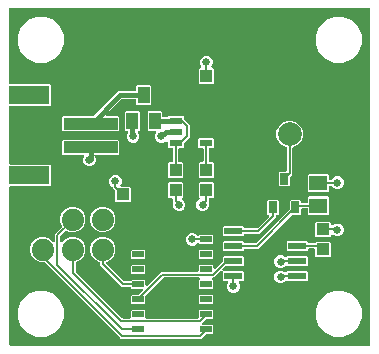
<source format=gbr>
G04 EAGLE Gerber RS-274X export*
G75*
%MOMM*%
%FSLAX34Y34*%
%LPD*%
%INTop Copper*%
%IPPOS*%
%AMOC8*
5,1,8,0,0,1.08239X$1,22.5*%
G01*
%ADD10R,0.700000X1.000000*%
%ADD11R,1.550000X0.600000*%
%ADD12R,1.100000X1.000000*%
%ADD13R,1.000000X0.500000*%
%ADD14R,1.100000X0.600000*%
%ADD15C,2.000000*%
%ADD16R,1.000000X1.100000*%
%ADD17R,1.000000X1.400000*%
%ADD18R,4.600000X1.000000*%
%ADD19R,3.400000X1.600000*%
%ADD20C,1.879600*%
%ADD21R,1.500000X1.300000*%
%ADD22C,0.200000*%
%ADD23C,0.654800*%
%ADD24C,0.400000*%

G36*
X307064Y2010D02*
X307064Y2010D01*
X307128Y2009D01*
X307203Y2030D01*
X307279Y2041D01*
X307338Y2067D01*
X307400Y2084D01*
X307466Y2125D01*
X307536Y2157D01*
X307585Y2199D01*
X307640Y2232D01*
X307692Y2290D01*
X307750Y2340D01*
X307786Y2394D01*
X307829Y2442D01*
X307862Y2511D01*
X307905Y2576D01*
X307924Y2638D01*
X307952Y2695D01*
X307963Y2765D01*
X307987Y2846D01*
X307988Y2931D01*
X307999Y3000D01*
X307999Y287000D01*
X307990Y287064D01*
X307991Y287128D01*
X307970Y287203D01*
X307959Y287279D01*
X307933Y287338D01*
X307916Y287400D01*
X307875Y287466D01*
X307843Y287536D01*
X307801Y287585D01*
X307768Y287640D01*
X307710Y287692D01*
X307660Y287750D01*
X307606Y287786D01*
X307558Y287829D01*
X307489Y287862D01*
X307424Y287905D01*
X307362Y287924D01*
X307305Y287952D01*
X307235Y287963D01*
X307154Y287987D01*
X307069Y287988D01*
X307000Y287999D01*
X3000Y287999D01*
X2936Y287990D01*
X2872Y287991D01*
X2797Y287970D01*
X2721Y287959D01*
X2662Y287933D01*
X2600Y287916D01*
X2534Y287875D01*
X2464Y287843D01*
X2415Y287801D01*
X2360Y287768D01*
X2308Y287710D01*
X2250Y287660D01*
X2214Y287606D01*
X2171Y287558D01*
X2138Y287489D01*
X2095Y287424D01*
X2076Y287362D01*
X2048Y287305D01*
X2037Y287235D01*
X2013Y287154D01*
X2012Y287069D01*
X2001Y287000D01*
X2001Y224270D01*
X2010Y224206D01*
X2009Y224142D01*
X2030Y224067D01*
X2041Y223991D01*
X2067Y223932D01*
X2084Y223870D01*
X2125Y223804D01*
X2157Y223734D01*
X2199Y223685D01*
X2232Y223630D01*
X2290Y223578D01*
X2340Y223520D01*
X2394Y223484D01*
X2442Y223441D01*
X2511Y223408D01*
X2576Y223365D01*
X2638Y223346D01*
X2695Y223318D01*
X2765Y223307D01*
X2846Y223283D01*
X2931Y223282D01*
X3000Y223271D01*
X36526Y223271D01*
X37271Y222526D01*
X37271Y205474D01*
X36526Y204729D01*
X3000Y204729D01*
X2936Y204720D01*
X2872Y204721D01*
X2797Y204700D01*
X2721Y204689D01*
X2662Y204663D01*
X2600Y204646D01*
X2534Y204605D01*
X2464Y204573D01*
X2415Y204531D01*
X2360Y204498D01*
X2308Y204440D01*
X2250Y204390D01*
X2214Y204336D01*
X2171Y204288D01*
X2138Y204219D01*
X2095Y204154D01*
X2076Y204092D01*
X2048Y204035D01*
X2037Y203965D01*
X2013Y203884D01*
X2012Y203799D01*
X2001Y203730D01*
X2001Y156270D01*
X2010Y156206D01*
X2009Y156142D01*
X2030Y156067D01*
X2041Y155991D01*
X2067Y155932D01*
X2084Y155870D01*
X2125Y155804D01*
X2157Y155734D01*
X2199Y155685D01*
X2232Y155630D01*
X2290Y155578D01*
X2340Y155520D01*
X2394Y155484D01*
X2442Y155441D01*
X2511Y155408D01*
X2576Y155365D01*
X2638Y155346D01*
X2695Y155318D01*
X2765Y155307D01*
X2846Y155283D01*
X2931Y155282D01*
X3000Y155271D01*
X36526Y155271D01*
X37271Y154526D01*
X37271Y137474D01*
X36526Y136729D01*
X3000Y136729D01*
X2936Y136720D01*
X2872Y136721D01*
X2797Y136700D01*
X2721Y136689D01*
X2662Y136663D01*
X2600Y136646D01*
X2534Y136605D01*
X2464Y136573D01*
X2415Y136531D01*
X2360Y136498D01*
X2308Y136440D01*
X2250Y136390D01*
X2214Y136336D01*
X2171Y136288D01*
X2138Y136219D01*
X2095Y136154D01*
X2076Y136092D01*
X2048Y136035D01*
X2037Y135965D01*
X2013Y135884D01*
X2012Y135799D01*
X2001Y135730D01*
X2001Y3000D01*
X2010Y2936D01*
X2009Y2872D01*
X2030Y2797D01*
X2041Y2721D01*
X2067Y2662D01*
X2084Y2600D01*
X2125Y2534D01*
X2157Y2464D01*
X2199Y2415D01*
X2232Y2360D01*
X2290Y2308D01*
X2340Y2250D01*
X2394Y2214D01*
X2442Y2171D01*
X2511Y2138D01*
X2576Y2095D01*
X2638Y2076D01*
X2695Y2048D01*
X2765Y2037D01*
X2846Y2013D01*
X2931Y2012D01*
X3000Y2001D01*
X307000Y2001D01*
X307064Y2010D01*
G37*
%LPC*%
G36*
X97083Y7605D02*
X97083Y7605D01*
X32350Y72339D01*
X32273Y72396D01*
X32202Y72461D01*
X32161Y72481D01*
X32125Y72508D01*
X32034Y72542D01*
X31948Y72584D01*
X31906Y72590D01*
X31861Y72607D01*
X31733Y72617D01*
X31644Y72631D01*
X28478Y72631D01*
X24557Y74256D01*
X21556Y77257D01*
X19931Y81178D01*
X19931Y85422D01*
X21556Y89343D01*
X24557Y92344D01*
X28478Y93969D01*
X32722Y93969D01*
X36643Y92345D01*
X39023Y89964D01*
X39049Y89945D01*
X39070Y89921D01*
X39162Y89861D01*
X39249Y89795D01*
X39279Y89784D01*
X39306Y89766D01*
X39411Y89734D01*
X39513Y89696D01*
X39545Y89693D01*
X39576Y89684D01*
X39685Y89682D01*
X39794Y89674D01*
X39826Y89680D01*
X39858Y89680D01*
X39963Y89709D01*
X40070Y89731D01*
X40099Y89747D01*
X40130Y89755D01*
X40223Y89813D01*
X40319Y89864D01*
X40342Y89886D01*
X40370Y89903D01*
X40443Y89984D01*
X40521Y90061D01*
X40537Y90089D01*
X40559Y90113D01*
X40606Y90211D01*
X40660Y90306D01*
X40668Y90337D01*
X40682Y90366D01*
X40696Y90456D01*
X40725Y90580D01*
X40723Y90629D01*
X40729Y90671D01*
X40729Y96641D01*
X42352Y98263D01*
X46422Y102333D01*
X46428Y102341D01*
X46435Y102347D01*
X46512Y102453D01*
X46591Y102559D01*
X46595Y102568D01*
X46600Y102575D01*
X46644Y102699D01*
X46691Y102823D01*
X46691Y102832D01*
X46695Y102841D01*
X46702Y102972D01*
X46712Y103104D01*
X46711Y103113D01*
X46711Y103123D01*
X46693Y103198D01*
X46655Y103380D01*
X46644Y103401D01*
X46638Y103422D01*
X45331Y106578D01*
X45331Y110822D01*
X46956Y114743D01*
X49957Y117744D01*
X53878Y119369D01*
X58122Y119369D01*
X62043Y117744D01*
X65044Y114743D01*
X66669Y110822D01*
X66669Y106578D01*
X65044Y102657D01*
X62043Y99656D01*
X58122Y98031D01*
X53878Y98031D01*
X50722Y99338D01*
X50713Y99341D01*
X50705Y99345D01*
X50576Y99376D01*
X50449Y99409D01*
X50440Y99408D01*
X50430Y99410D01*
X50298Y99404D01*
X50167Y99399D01*
X50158Y99397D01*
X50149Y99396D01*
X50024Y99353D01*
X49899Y99312D01*
X49891Y99307D01*
X49882Y99304D01*
X49820Y99258D01*
X49666Y99153D01*
X49651Y99135D01*
X49633Y99122D01*
X45563Y95052D01*
X45506Y94975D01*
X45441Y94904D01*
X45421Y94863D01*
X45394Y94827D01*
X45360Y94736D01*
X45318Y94650D01*
X45312Y94608D01*
X45295Y94563D01*
X45285Y94435D01*
X45271Y94346D01*
X45271Y90071D01*
X45275Y90039D01*
X45273Y90007D01*
X45295Y89900D01*
X45311Y89792D01*
X45324Y89762D01*
X45330Y89731D01*
X45382Y89634D01*
X45427Y89535D01*
X45448Y89510D01*
X45463Y89482D01*
X45539Y89404D01*
X45610Y89321D01*
X45637Y89303D01*
X45660Y89280D01*
X45755Y89226D01*
X45846Y89166D01*
X45877Y89157D01*
X45905Y89141D01*
X46011Y89116D01*
X46116Y89084D01*
X46148Y89083D01*
X46179Y89076D01*
X46289Y89081D01*
X46398Y89080D01*
X46429Y89089D01*
X46461Y89090D01*
X46564Y89126D01*
X46670Y89155D01*
X46697Y89172D01*
X46728Y89183D01*
X46801Y89236D01*
X46910Y89303D01*
X46942Y89339D01*
X46977Y89364D01*
X49957Y92345D01*
X53878Y93969D01*
X58122Y93969D01*
X62043Y92344D01*
X65044Y89343D01*
X66669Y85422D01*
X66669Y81178D01*
X65044Y77257D01*
X62043Y74256D01*
X58888Y72948D01*
X58879Y72944D01*
X58870Y72941D01*
X58758Y72872D01*
X58645Y72805D01*
X58638Y72798D01*
X58630Y72793D01*
X58542Y72695D01*
X58452Y72599D01*
X58448Y72591D01*
X58441Y72584D01*
X58384Y72465D01*
X58324Y72348D01*
X58322Y72338D01*
X58318Y72330D01*
X58306Y72254D01*
X58272Y72070D01*
X58274Y72047D01*
X58271Y72025D01*
X58271Y65054D01*
X58284Y64960D01*
X58289Y64863D01*
X58304Y64820D01*
X58311Y64775D01*
X58350Y64688D01*
X58382Y64597D01*
X58407Y64562D01*
X58427Y64518D01*
X58510Y64421D01*
X58563Y64348D01*
X97772Y25139D01*
X97849Y25082D01*
X97920Y25017D01*
X97961Y24997D01*
X97997Y24970D01*
X98088Y24936D01*
X98174Y24894D01*
X98216Y24888D01*
X98261Y24871D01*
X98389Y24861D01*
X98478Y24847D01*
X103980Y24847D01*
X104044Y24856D01*
X104108Y24855D01*
X104183Y24876D01*
X104259Y24887D01*
X104318Y24913D01*
X104380Y24930D01*
X104446Y24971D01*
X104516Y25003D01*
X104565Y25045D01*
X104620Y25078D01*
X104672Y25136D01*
X104730Y25186D01*
X104766Y25240D01*
X104809Y25288D01*
X104842Y25357D01*
X104885Y25422D01*
X104904Y25484D01*
X104932Y25541D01*
X104943Y25611D01*
X104967Y25692D01*
X104968Y25777D01*
X104979Y25846D01*
X104979Y31626D01*
X105724Y32371D01*
X116776Y32371D01*
X117521Y31626D01*
X117521Y25846D01*
X117530Y25782D01*
X117529Y25718D01*
X117550Y25643D01*
X117561Y25567D01*
X117587Y25508D01*
X117604Y25446D01*
X117645Y25380D01*
X117677Y25310D01*
X117719Y25261D01*
X117752Y25206D01*
X117810Y25154D01*
X117860Y25096D01*
X117914Y25060D01*
X117962Y25017D01*
X118031Y24984D01*
X118096Y24941D01*
X118158Y24922D01*
X118215Y24894D01*
X118285Y24883D01*
X118366Y24859D01*
X118451Y24858D01*
X118520Y24847D01*
X161480Y24847D01*
X161544Y24856D01*
X161608Y24855D01*
X161683Y24876D01*
X161759Y24887D01*
X161818Y24913D01*
X161880Y24930D01*
X161946Y24971D01*
X162016Y25003D01*
X162065Y25045D01*
X162120Y25078D01*
X162172Y25136D01*
X162230Y25186D01*
X162266Y25240D01*
X162309Y25288D01*
X162342Y25357D01*
X162385Y25422D01*
X162404Y25484D01*
X162432Y25541D01*
X162443Y25611D01*
X162467Y25692D01*
X162468Y25777D01*
X162479Y25846D01*
X162479Y31626D01*
X163224Y32371D01*
X174276Y32371D01*
X175021Y31626D01*
X175021Y25574D01*
X174276Y24829D01*
X169174Y24829D01*
X169079Y24816D01*
X168983Y24811D01*
X168940Y24796D01*
X168895Y24789D01*
X168807Y24750D01*
X168716Y24718D01*
X168682Y24693D01*
X168638Y24673D01*
X168541Y24590D01*
X168467Y24537D01*
X165859Y21928D01*
X165307Y21377D01*
X165288Y21351D01*
X165263Y21330D01*
X165204Y21238D01*
X165138Y21151D01*
X165127Y21121D01*
X165109Y21094D01*
X165077Y20989D01*
X165039Y20887D01*
X165036Y20855D01*
X165027Y20824D01*
X165025Y20715D01*
X165017Y20606D01*
X165023Y20574D01*
X165023Y20542D01*
X165052Y20437D01*
X165074Y20330D01*
X165089Y20301D01*
X165098Y20270D01*
X165156Y20177D01*
X165207Y20081D01*
X165229Y20058D01*
X165246Y20030D01*
X165327Y19957D01*
X165404Y19879D01*
X165432Y19863D01*
X165456Y19841D01*
X165554Y19794D01*
X165649Y19740D01*
X165680Y19732D01*
X165709Y19718D01*
X165799Y19704D01*
X165923Y19675D01*
X165972Y19677D01*
X166014Y19671D01*
X174276Y19671D01*
X175021Y18926D01*
X175021Y12874D01*
X174276Y12129D01*
X169174Y12129D01*
X169079Y12116D01*
X168983Y12111D01*
X168940Y12096D01*
X168895Y12089D01*
X168807Y12050D01*
X168716Y12018D01*
X168682Y11993D01*
X168638Y11973D01*
X168540Y11890D01*
X168467Y11837D01*
X164236Y7605D01*
X97083Y7605D01*
G37*
%LPD*%
%LPC*%
G36*
X105724Y37529D02*
X105724Y37529D01*
X104979Y38274D01*
X104979Y44326D01*
X105724Y45071D01*
X111396Y45071D01*
X111490Y45084D01*
X111587Y45089D01*
X111630Y45104D01*
X111675Y45111D01*
X111762Y45150D01*
X111853Y45182D01*
X111887Y45207D01*
X111932Y45227D01*
X112029Y45310D01*
X112102Y45363D01*
X115262Y48523D01*
X115282Y48549D01*
X115306Y48570D01*
X115366Y48662D01*
X115431Y48749D01*
X115443Y48779D01*
X115460Y48806D01*
X115492Y48911D01*
X115531Y49013D01*
X115533Y49045D01*
X115543Y49076D01*
X115544Y49185D01*
X115553Y49294D01*
X115546Y49326D01*
X115547Y49358D01*
X115517Y49463D01*
X115495Y49570D01*
X115480Y49599D01*
X115471Y49630D01*
X115414Y49723D01*
X115363Y49819D01*
X115340Y49842D01*
X115323Y49870D01*
X115242Y49943D01*
X115166Y50021D01*
X115138Y50037D01*
X115114Y50059D01*
X115016Y50106D01*
X114921Y50160D01*
X114889Y50168D01*
X114860Y50182D01*
X114771Y50196D01*
X114646Y50225D01*
X114598Y50223D01*
X114556Y50229D01*
X105724Y50229D01*
X104936Y51017D01*
X104913Y51068D01*
X104896Y51130D01*
X104855Y51196D01*
X104823Y51266D01*
X104781Y51315D01*
X104748Y51370D01*
X104690Y51422D01*
X104640Y51480D01*
X104586Y51516D01*
X104538Y51559D01*
X104469Y51592D01*
X104404Y51635D01*
X104342Y51654D01*
X104285Y51682D01*
X104215Y51693D01*
X104134Y51717D01*
X104049Y51718D01*
X103980Y51729D01*
X97759Y51729D01*
X79129Y70359D01*
X79129Y72025D01*
X79128Y72035D01*
X79129Y72044D01*
X79108Y72174D01*
X79089Y72304D01*
X79086Y72313D01*
X79084Y72322D01*
X79027Y72442D01*
X78973Y72561D01*
X78967Y72568D01*
X78963Y72577D01*
X78875Y72676D01*
X78790Y72776D01*
X78782Y72781D01*
X78776Y72788D01*
X78710Y72828D01*
X78554Y72930D01*
X78531Y72937D01*
X78512Y72948D01*
X75357Y74256D01*
X72356Y77257D01*
X70731Y81178D01*
X70731Y85422D01*
X72356Y89343D01*
X75357Y92344D01*
X79278Y93969D01*
X83522Y93969D01*
X87443Y92344D01*
X90444Y89343D01*
X92069Y85422D01*
X92069Y81178D01*
X90444Y77257D01*
X87443Y74255D01*
X84733Y73133D01*
X84631Y73072D01*
X84526Y73017D01*
X84509Y73001D01*
X84490Y72989D01*
X84409Y72903D01*
X84324Y72820D01*
X84313Y72800D01*
X84297Y72783D01*
X84243Y72678D01*
X84185Y72574D01*
X84180Y72552D01*
X84169Y72532D01*
X84147Y72416D01*
X84120Y72300D01*
X84121Y72277D01*
X84117Y72255D01*
X84128Y72137D01*
X84134Y72018D01*
X84142Y71997D01*
X84144Y71974D01*
X84188Y71864D01*
X84227Y71752D01*
X84239Y71734D01*
X84248Y71712D01*
X84363Y71565D01*
X84408Y71503D01*
X99348Y56563D01*
X99425Y56506D01*
X99496Y56441D01*
X99537Y56421D01*
X99573Y56394D01*
X99664Y56360D01*
X99750Y56318D01*
X99792Y56312D01*
X99837Y56295D01*
X99965Y56285D01*
X100054Y56271D01*
X103980Y56271D01*
X104044Y56280D01*
X104108Y56279D01*
X104183Y56300D01*
X104259Y56311D01*
X104318Y56337D01*
X104380Y56354D01*
X104446Y56395D01*
X104516Y56427D01*
X104565Y56469D01*
X104620Y56502D01*
X104672Y56560D01*
X104730Y56610D01*
X104766Y56664D01*
X104809Y56712D01*
X104842Y56781D01*
X104885Y56846D01*
X104904Y56908D01*
X104932Y56965D01*
X104934Y56981D01*
X105724Y57771D01*
X116776Y57771D01*
X117521Y57026D01*
X117521Y53194D01*
X117525Y53162D01*
X117523Y53130D01*
X117545Y53023D01*
X117561Y52915D01*
X117574Y52886D01*
X117580Y52854D01*
X117632Y52758D01*
X117677Y52658D01*
X117698Y52634D01*
X117713Y52605D01*
X117789Y52527D01*
X117860Y52444D01*
X117887Y52426D01*
X117910Y52403D01*
X118005Y52349D01*
X118096Y52290D01*
X118127Y52280D01*
X118155Y52264D01*
X118262Y52239D01*
X118366Y52207D01*
X118398Y52207D01*
X118429Y52199D01*
X118539Y52205D01*
X118648Y52203D01*
X118679Y52212D01*
X118711Y52214D01*
X118814Y52249D01*
X118920Y52279D01*
X118947Y52296D01*
X118978Y52306D01*
X119051Y52359D01*
X119160Y52427D01*
X119192Y52463D01*
X119227Y52488D01*
X130939Y64201D01*
X161480Y64201D01*
X161544Y64210D01*
X161608Y64209D01*
X161683Y64230D01*
X161759Y64241D01*
X161818Y64267D01*
X161880Y64284D01*
X161946Y64325D01*
X162016Y64357D01*
X162065Y64399D01*
X162120Y64432D01*
X162172Y64490D01*
X162230Y64540D01*
X162266Y64594D01*
X162309Y64642D01*
X162342Y64711D01*
X162385Y64776D01*
X162404Y64838D01*
X162432Y64895D01*
X162443Y64965D01*
X162467Y65046D01*
X162468Y65131D01*
X162479Y65200D01*
X162479Y69726D01*
X163224Y70471D01*
X174276Y70471D01*
X175021Y69726D01*
X175021Y67884D01*
X175025Y67852D01*
X175023Y67820D01*
X175045Y67713D01*
X175061Y67605D01*
X175074Y67576D01*
X175080Y67544D01*
X175132Y67448D01*
X175177Y67348D01*
X175198Y67323D01*
X175213Y67295D01*
X175289Y67217D01*
X175360Y67134D01*
X175387Y67116D01*
X175410Y67093D01*
X175505Y67039D01*
X175596Y66979D01*
X175627Y66970D01*
X175655Y66954D01*
X175762Y66929D01*
X175866Y66897D01*
X175898Y66896D01*
X175929Y66889D01*
X176039Y66895D01*
X176148Y66893D01*
X176179Y66902D01*
X176211Y66903D01*
X176314Y66939D01*
X176420Y66968D01*
X176447Y66985D01*
X176478Y66996D01*
X176551Y67049D01*
X176660Y67116D01*
X176692Y67152D01*
X176727Y67178D01*
X182687Y73138D01*
X182744Y73215D01*
X182809Y73286D01*
X182829Y73327D01*
X182856Y73363D01*
X182890Y73453D01*
X182932Y73540D01*
X182938Y73582D01*
X182955Y73627D01*
X182965Y73755D01*
X182979Y73844D01*
X182979Y77176D01*
X183724Y77921D01*
X200276Y77921D01*
X201021Y77176D01*
X201021Y70124D01*
X200276Y69379D01*
X185765Y69379D01*
X185670Y69366D01*
X185574Y69361D01*
X185531Y69346D01*
X185486Y69339D01*
X185398Y69300D01*
X185307Y69268D01*
X185273Y69243D01*
X185229Y69223D01*
X185131Y69140D01*
X185058Y69087D01*
X182898Y66927D01*
X182879Y66901D01*
X182854Y66880D01*
X182794Y66788D01*
X182729Y66701D01*
X182717Y66671D01*
X182700Y66644D01*
X182668Y66539D01*
X182629Y66437D01*
X182627Y66405D01*
X182617Y66374D01*
X182616Y66265D01*
X182607Y66156D01*
X182614Y66124D01*
X182614Y66092D01*
X182643Y65987D01*
X182665Y65880D01*
X182680Y65851D01*
X182689Y65820D01*
X182746Y65727D01*
X182798Y65631D01*
X182820Y65608D01*
X182837Y65580D01*
X182918Y65507D01*
X182994Y65429D01*
X183022Y65413D01*
X183046Y65391D01*
X183145Y65344D01*
X183240Y65290D01*
X183271Y65282D01*
X183300Y65268D01*
X183389Y65254D01*
X183514Y65225D01*
X183563Y65227D01*
X183605Y65221D01*
X200276Y65221D01*
X201021Y64476D01*
X201021Y57424D01*
X200276Y56679D01*
X197238Y56679D01*
X197206Y56675D01*
X197174Y56677D01*
X197067Y56655D01*
X196959Y56639D01*
X196929Y56626D01*
X196898Y56620D01*
X196801Y56568D01*
X196702Y56523D01*
X196677Y56502D01*
X196649Y56487D01*
X196570Y56411D01*
X196488Y56340D01*
X196470Y56313D01*
X196447Y56290D01*
X196393Y56195D01*
X196333Y56104D01*
X196324Y56073D01*
X196308Y56045D01*
X196283Y55938D01*
X196251Y55834D01*
X196250Y55802D01*
X196243Y55770D01*
X196248Y55661D01*
X196247Y55552D01*
X196256Y55521D01*
X196257Y55489D01*
X196293Y55386D01*
X196322Y55280D01*
X196339Y55253D01*
X196350Y55222D01*
X196403Y55149D01*
X196470Y55040D01*
X196493Y55020D01*
X197307Y53056D01*
X197307Y50944D01*
X196499Y48994D01*
X195006Y47501D01*
X193056Y46693D01*
X190944Y46693D01*
X188994Y47501D01*
X187501Y48994D01*
X186693Y50944D01*
X186693Y53056D01*
X187504Y55013D01*
X187512Y55020D01*
X187572Y55112D01*
X187638Y55199D01*
X187649Y55229D01*
X187667Y55256D01*
X187699Y55361D01*
X187737Y55463D01*
X187740Y55495D01*
X187749Y55526D01*
X187751Y55635D01*
X187759Y55744D01*
X187753Y55776D01*
X187753Y55808D01*
X187724Y55913D01*
X187702Y56020D01*
X187687Y56048D01*
X187678Y56080D01*
X187620Y56173D01*
X187569Y56269D01*
X187547Y56292D01*
X187530Y56320D01*
X187449Y56393D01*
X187373Y56471D01*
X187344Y56487D01*
X187320Y56509D01*
X187222Y56556D01*
X187127Y56610D01*
X187096Y56618D01*
X187067Y56632D01*
X186977Y56646D01*
X186853Y56675D01*
X186804Y56673D01*
X186762Y56679D01*
X183724Y56679D01*
X182979Y57424D01*
X182979Y64595D01*
X182975Y64627D01*
X182977Y64659D01*
X182955Y64766D01*
X182939Y64875D01*
X182926Y64904D01*
X182920Y64935D01*
X182868Y65032D01*
X182823Y65131D01*
X182802Y65156D01*
X182787Y65184D01*
X182711Y65263D01*
X182640Y65346D01*
X182613Y65363D01*
X182590Y65387D01*
X182495Y65440D01*
X182404Y65500D01*
X182373Y65510D01*
X182345Y65526D01*
X182238Y65551D01*
X182134Y65583D01*
X182102Y65583D01*
X182071Y65590D01*
X181961Y65585D01*
X181852Y65586D01*
X181821Y65578D01*
X181789Y65576D01*
X181686Y65540D01*
X181580Y65511D01*
X181553Y65494D01*
X181522Y65484D01*
X181449Y65430D01*
X181340Y65363D01*
X181308Y65327D01*
X181273Y65302D01*
X175631Y59659D01*
X174800Y59659D01*
X174768Y59655D01*
X174736Y59657D01*
X174629Y59635D01*
X174521Y59619D01*
X174492Y59606D01*
X174460Y59600D01*
X174364Y59548D01*
X174264Y59503D01*
X174240Y59482D01*
X174211Y59467D01*
X174133Y59391D01*
X174050Y59320D01*
X174032Y59293D01*
X174009Y59270D01*
X173955Y59175D01*
X173895Y59084D01*
X173886Y59053D01*
X173870Y59025D01*
X173845Y58918D01*
X173813Y58814D01*
X173812Y58782D01*
X173805Y58751D01*
X173811Y58641D01*
X173809Y58532D01*
X173818Y58501D01*
X173819Y58469D01*
X173855Y58366D01*
X173884Y58260D01*
X173901Y58233D01*
X173912Y58202D01*
X173965Y58129D01*
X174033Y58020D01*
X174069Y57988D01*
X174094Y57953D01*
X175021Y57026D01*
X175021Y50974D01*
X174276Y50229D01*
X163224Y50229D01*
X162479Y50974D01*
X162479Y57026D01*
X163406Y57953D01*
X163426Y57979D01*
X163450Y58000D01*
X163510Y58092D01*
X163576Y58179D01*
X163587Y58209D01*
X163605Y58236D01*
X163637Y58341D01*
X163675Y58443D01*
X163678Y58475D01*
X163687Y58506D01*
X163689Y58615D01*
X163697Y58724D01*
X163690Y58756D01*
X163691Y58788D01*
X163662Y58893D01*
X163639Y59000D01*
X163624Y59029D01*
X163616Y59060D01*
X163558Y59153D01*
X163507Y59249D01*
X163484Y59272D01*
X163467Y59300D01*
X163387Y59373D01*
X163310Y59451D01*
X163282Y59467D01*
X163258Y59489D01*
X163160Y59536D01*
X163065Y59590D01*
X163033Y59598D01*
X163004Y59612D01*
X162915Y59626D01*
X162790Y59655D01*
X162742Y59653D01*
X162700Y59659D01*
X133234Y59659D01*
X133140Y59646D01*
X133043Y59641D01*
X133000Y59626D01*
X132955Y59619D01*
X132868Y59580D01*
X132777Y59548D01*
X132742Y59523D01*
X132698Y59503D01*
X132601Y59420D01*
X132528Y59367D01*
X117813Y44652D01*
X117801Y44636D01*
X117793Y44629D01*
X117774Y44599D01*
X117756Y44575D01*
X117691Y44504D01*
X117671Y44463D01*
X117644Y44427D01*
X117610Y44336D01*
X117568Y44250D01*
X117562Y44208D01*
X117545Y44163D01*
X117535Y44035D01*
X117521Y43946D01*
X117521Y38274D01*
X116776Y37529D01*
X105724Y37529D01*
G37*
%LPD*%
%LPC*%
G36*
X277121Y241499D02*
X277121Y241499D01*
X269954Y244468D01*
X264468Y249954D01*
X261499Y257121D01*
X261499Y264879D01*
X264468Y272046D01*
X269954Y277532D01*
X277121Y280501D01*
X284879Y280501D01*
X292046Y277532D01*
X297532Y272046D01*
X300501Y264879D01*
X300501Y257121D01*
X297532Y249954D01*
X292046Y244468D01*
X284879Y241499D01*
X277121Y241499D01*
G37*
%LPD*%
%LPC*%
G36*
X25121Y241499D02*
X25121Y241499D01*
X17954Y244468D01*
X12468Y249954D01*
X9499Y257121D01*
X9499Y264879D01*
X12468Y272046D01*
X17954Y277532D01*
X25121Y280501D01*
X32879Y280501D01*
X40046Y277532D01*
X45532Y272046D01*
X48501Y264879D01*
X48501Y257121D01*
X45532Y249954D01*
X40046Y244468D01*
X32879Y241499D01*
X25121Y241499D01*
G37*
%LPD*%
%LPC*%
G36*
X277121Y9499D02*
X277121Y9499D01*
X269954Y12468D01*
X264468Y17954D01*
X261499Y25121D01*
X261499Y32879D01*
X264468Y40046D01*
X269954Y45532D01*
X277121Y48501D01*
X284879Y48501D01*
X292046Y45532D01*
X297532Y40046D01*
X300501Y32879D01*
X300501Y25121D01*
X297532Y17954D01*
X292046Y12468D01*
X284879Y9499D01*
X277121Y9499D01*
G37*
%LPD*%
%LPC*%
G36*
X25121Y9499D02*
X25121Y9499D01*
X17954Y12468D01*
X12468Y17954D01*
X9499Y25121D01*
X9499Y32879D01*
X12468Y40046D01*
X17954Y45532D01*
X25121Y48501D01*
X32879Y48501D01*
X40046Y45532D01*
X45532Y40046D01*
X48501Y32879D01*
X48501Y25121D01*
X45532Y17954D01*
X40046Y12468D01*
X32879Y9499D01*
X25121Y9499D01*
G37*
%LPD*%
%LPC*%
G36*
X47474Y183729D02*
X47474Y183729D01*
X46729Y184474D01*
X46729Y195526D01*
X47474Y196271D01*
X73231Y196271D01*
X73326Y196284D01*
X73422Y196289D01*
X73466Y196304D01*
X73511Y196311D01*
X73598Y196350D01*
X73689Y196382D01*
X73723Y196407D01*
X73767Y196427D01*
X73865Y196510D01*
X73938Y196563D01*
X94645Y217271D01*
X108730Y217271D01*
X108794Y217280D01*
X108858Y217279D01*
X108933Y217300D01*
X109009Y217311D01*
X109068Y217337D01*
X109130Y217354D01*
X109196Y217395D01*
X109266Y217427D01*
X109315Y217469D01*
X109370Y217502D01*
X109422Y217560D01*
X109480Y217610D01*
X109516Y217664D01*
X109559Y217712D01*
X109592Y217781D01*
X109635Y217846D01*
X109654Y217908D01*
X109682Y217965D01*
X109693Y218035D01*
X109717Y218116D01*
X109718Y218201D01*
X109729Y218270D01*
X109729Y221526D01*
X110474Y222271D01*
X121526Y222271D01*
X122271Y221526D01*
X122271Y206474D01*
X121526Y205729D01*
X110474Y205729D01*
X109729Y206474D01*
X109729Y209730D01*
X109720Y209794D01*
X109721Y209858D01*
X109700Y209933D01*
X109689Y210009D01*
X109663Y210068D01*
X109646Y210130D01*
X109605Y210196D01*
X109573Y210266D01*
X109531Y210315D01*
X109498Y210370D01*
X109440Y210422D01*
X109390Y210480D01*
X109336Y210516D01*
X109288Y210559D01*
X109219Y210592D01*
X109154Y210635D01*
X109092Y210654D01*
X109035Y210682D01*
X108965Y210693D01*
X108884Y210717D01*
X108799Y210718D01*
X108730Y210729D01*
X97769Y210729D01*
X97674Y210716D01*
X97578Y210711D01*
X97534Y210696D01*
X97489Y210689D01*
X97402Y210650D01*
X97311Y210618D01*
X97277Y210593D01*
X97233Y210573D01*
X97135Y210490D01*
X97062Y210437D01*
X84602Y197977D01*
X84583Y197951D01*
X84558Y197930D01*
X84498Y197838D01*
X84433Y197751D01*
X84421Y197721D01*
X84404Y197694D01*
X84372Y197589D01*
X84333Y197487D01*
X84331Y197455D01*
X84321Y197424D01*
X84320Y197315D01*
X84311Y197206D01*
X84318Y197174D01*
X84318Y197142D01*
X84347Y197037D01*
X84369Y196930D01*
X84384Y196901D01*
X84393Y196870D01*
X84450Y196777D01*
X84502Y196681D01*
X84524Y196658D01*
X84541Y196630D01*
X84622Y196557D01*
X84698Y196479D01*
X84726Y196463D01*
X84750Y196441D01*
X84849Y196394D01*
X84944Y196340D01*
X84975Y196332D01*
X85004Y196318D01*
X85093Y196304D01*
X85218Y196275D01*
X85267Y196277D01*
X85309Y196271D01*
X94526Y196271D01*
X95271Y195526D01*
X95271Y184474D01*
X94526Y183729D01*
X47474Y183729D01*
G37*
%LPD*%
%LPC*%
G36*
X137474Y143729D02*
X137474Y143729D01*
X136729Y144474D01*
X136729Y156526D01*
X137474Y157271D01*
X139730Y157271D01*
X139794Y157280D01*
X139858Y157279D01*
X139933Y157300D01*
X140009Y157311D01*
X140068Y157337D01*
X140130Y157354D01*
X140196Y157395D01*
X140266Y157427D01*
X140315Y157469D01*
X140370Y157502D01*
X140422Y157560D01*
X140480Y157610D01*
X140516Y157664D01*
X140559Y157712D01*
X140592Y157781D01*
X140635Y157846D01*
X140654Y157908D01*
X140682Y157965D01*
X140693Y158035D01*
X140717Y158116D01*
X140718Y158201D01*
X140729Y158270D01*
X140729Y168230D01*
X140720Y168294D01*
X140721Y168358D01*
X140700Y168433D01*
X140689Y168509D01*
X140663Y168568D01*
X140646Y168630D01*
X140605Y168696D01*
X140573Y168766D01*
X140531Y168815D01*
X140498Y168870D01*
X140440Y168922D01*
X140390Y168980D01*
X140336Y169016D01*
X140288Y169059D01*
X140219Y169092D01*
X140154Y169135D01*
X140092Y169154D01*
X140035Y169182D01*
X139965Y169193D01*
X139884Y169217D01*
X139799Y169218D01*
X139730Y169229D01*
X136974Y169229D01*
X136229Y169974D01*
X136229Y174312D01*
X136225Y174344D01*
X136227Y174376D01*
X136205Y174483D01*
X136189Y174591D01*
X136176Y174621D01*
X136170Y174652D01*
X136118Y174749D01*
X136073Y174848D01*
X136052Y174873D01*
X136037Y174901D01*
X135961Y174980D01*
X135890Y175062D01*
X135863Y175080D01*
X135840Y175103D01*
X135746Y175157D01*
X135654Y175217D01*
X135623Y175226D01*
X135595Y175242D01*
X135489Y175267D01*
X135384Y175299D01*
X135352Y175300D01*
X135321Y175307D01*
X135211Y175302D01*
X135102Y175303D01*
X135071Y175294D01*
X135039Y175293D01*
X134936Y175257D01*
X134830Y175228D01*
X134803Y175211D01*
X134772Y175200D01*
X134699Y175147D01*
X134590Y175080D01*
X134558Y175044D01*
X134523Y175019D01*
X134006Y174501D01*
X132056Y173693D01*
X129944Y173693D01*
X127994Y174501D01*
X126501Y175994D01*
X125693Y177944D01*
X125693Y180056D01*
X126501Y182006D01*
X126519Y182023D01*
X126538Y182049D01*
X126562Y182070D01*
X126622Y182162D01*
X126688Y182249D01*
X126699Y182279D01*
X126717Y182306D01*
X126749Y182411D01*
X126787Y182513D01*
X126790Y182545D01*
X126799Y182576D01*
X126801Y182685D01*
X126809Y182794D01*
X126803Y182826D01*
X126803Y182858D01*
X126774Y182963D01*
X126752Y183070D01*
X126737Y183099D01*
X126728Y183130D01*
X126670Y183223D01*
X126619Y183319D01*
X126597Y183342D01*
X126580Y183370D01*
X126499Y183443D01*
X126422Y183521D01*
X126394Y183537D01*
X126370Y183559D01*
X126272Y183606D01*
X126177Y183660D01*
X126146Y183668D01*
X126117Y183682D01*
X126027Y183696D01*
X125903Y183725D01*
X125854Y183723D01*
X125812Y183729D01*
X119974Y183729D01*
X119229Y184474D01*
X119229Y199526D01*
X119974Y200271D01*
X131026Y200271D01*
X131771Y199526D01*
X131771Y196270D01*
X131780Y196206D01*
X131779Y196142D01*
X131800Y196067D01*
X131811Y195991D01*
X131837Y195932D01*
X131854Y195870D01*
X131895Y195804D01*
X131927Y195734D01*
X131969Y195685D01*
X132002Y195630D01*
X132060Y195578D01*
X132110Y195520D01*
X132164Y195484D01*
X132212Y195441D01*
X132281Y195408D01*
X132346Y195365D01*
X132408Y195346D01*
X132465Y195318D01*
X132535Y195307D01*
X132616Y195283D01*
X132701Y195282D01*
X132770Y195271D01*
X135230Y195271D01*
X135294Y195280D01*
X135358Y195279D01*
X135433Y195300D01*
X135509Y195311D01*
X135568Y195337D01*
X135630Y195354D01*
X135696Y195395D01*
X135766Y195427D01*
X135815Y195469D01*
X135870Y195502D01*
X135922Y195560D01*
X135980Y195610D01*
X136016Y195664D01*
X136059Y195712D01*
X136092Y195781D01*
X136135Y195846D01*
X136154Y195908D01*
X136182Y195965D01*
X136184Y195981D01*
X136974Y196771D01*
X149026Y196771D01*
X149771Y196026D01*
X149771Y194565D01*
X149784Y194470D01*
X149789Y194374D01*
X149804Y194330D01*
X149811Y194285D01*
X149850Y194198D01*
X149882Y194107D01*
X149907Y194073D01*
X149927Y194029D01*
X150010Y193931D01*
X150063Y193858D01*
X153418Y190504D01*
X155041Y188881D01*
X155041Y178329D01*
X150063Y173352D01*
X150006Y173275D01*
X149941Y173204D01*
X149921Y173163D01*
X149894Y173127D01*
X149860Y173037D01*
X149818Y172950D01*
X149812Y172908D01*
X149795Y172863D01*
X149785Y172735D01*
X149771Y172646D01*
X149771Y169974D01*
X149026Y169229D01*
X146270Y169229D01*
X146206Y169220D01*
X146142Y169221D01*
X146067Y169200D01*
X145991Y169189D01*
X145932Y169163D01*
X145870Y169146D01*
X145804Y169105D01*
X145734Y169073D01*
X145685Y169031D01*
X145630Y168998D01*
X145578Y168940D01*
X145520Y168890D01*
X145484Y168836D01*
X145441Y168788D01*
X145408Y168719D01*
X145365Y168654D01*
X145346Y168592D01*
X145318Y168535D01*
X145307Y168465D01*
X145283Y168384D01*
X145282Y168299D01*
X145271Y168230D01*
X145271Y158270D01*
X145280Y158206D01*
X145279Y158142D01*
X145300Y158067D01*
X145311Y157991D01*
X145337Y157932D01*
X145354Y157870D01*
X145395Y157804D01*
X145427Y157734D01*
X145469Y157685D01*
X145502Y157630D01*
X145560Y157578D01*
X145610Y157520D01*
X145664Y157484D01*
X145712Y157441D01*
X145781Y157408D01*
X145846Y157365D01*
X145908Y157346D01*
X145965Y157318D01*
X146035Y157307D01*
X146116Y157283D01*
X146201Y157282D01*
X146270Y157271D01*
X148526Y157271D01*
X149271Y156526D01*
X149271Y144474D01*
X148526Y143729D01*
X137474Y143729D01*
G37*
%LPD*%
%LPC*%
G36*
X183724Y82079D02*
X183724Y82079D01*
X182979Y82824D01*
X182979Y89876D01*
X183724Y90621D01*
X200276Y90621D01*
X201021Y89876D01*
X201021Y89620D01*
X201030Y89556D01*
X201029Y89492D01*
X201050Y89417D01*
X201061Y89341D01*
X201087Y89282D01*
X201104Y89220D01*
X201145Y89154D01*
X201177Y89084D01*
X201219Y89035D01*
X201252Y88980D01*
X201310Y88928D01*
X201360Y88870D01*
X201414Y88834D01*
X201462Y88791D01*
X201531Y88758D01*
X201596Y88715D01*
X201658Y88696D01*
X201715Y88668D01*
X201785Y88657D01*
X201866Y88633D01*
X201951Y88632D01*
X202020Y88621D01*
X210496Y88621D01*
X210590Y88634D01*
X210687Y88639D01*
X210730Y88654D01*
X210775Y88661D01*
X210862Y88700D01*
X210953Y88732D01*
X210988Y88757D01*
X211032Y88777D01*
X211129Y88860D01*
X211202Y88913D01*
X239437Y117148D01*
X239494Y117225D01*
X239559Y117296D01*
X239579Y117337D01*
X239606Y117373D01*
X239640Y117464D01*
X239682Y117550D01*
X239688Y117592D01*
X239705Y117637D01*
X239714Y117749D01*
X239717Y117760D01*
X239718Y117780D01*
X239729Y117854D01*
X239729Y124526D01*
X240474Y125271D01*
X248526Y125271D01*
X249271Y124526D01*
X249271Y123770D01*
X249280Y123706D01*
X249279Y123642D01*
X249300Y123567D01*
X249311Y123491D01*
X249337Y123432D01*
X249354Y123370D01*
X249395Y123304D01*
X249427Y123234D01*
X249469Y123185D01*
X249502Y123130D01*
X249560Y123078D01*
X249610Y123020D01*
X249664Y122984D01*
X249712Y122941D01*
X249781Y122908D01*
X249846Y122865D01*
X249908Y122846D01*
X249965Y122818D01*
X250035Y122807D01*
X250116Y122783D01*
X250201Y122782D01*
X250270Y122771D01*
X254230Y122771D01*
X254294Y122780D01*
X254358Y122779D01*
X254433Y122800D01*
X254509Y122811D01*
X254568Y122837D01*
X254630Y122854D01*
X254696Y122895D01*
X254766Y122927D01*
X254815Y122969D01*
X254870Y123002D01*
X254922Y123060D01*
X254980Y123110D01*
X255016Y123164D01*
X255059Y123212D01*
X255092Y123281D01*
X255135Y123346D01*
X255154Y123408D01*
X255182Y123465D01*
X255193Y123535D01*
X255217Y123616D01*
X255218Y123701D01*
X255229Y123770D01*
X255229Y127526D01*
X255974Y128271D01*
X272026Y128271D01*
X272771Y127526D01*
X272771Y113474D01*
X272026Y112729D01*
X255974Y112729D01*
X255229Y113474D01*
X255229Y117230D01*
X255220Y117294D01*
X255221Y117358D01*
X255200Y117433D01*
X255189Y117509D01*
X255163Y117568D01*
X255146Y117630D01*
X255105Y117696D01*
X255073Y117766D01*
X255031Y117815D01*
X254998Y117870D01*
X254940Y117922D01*
X254890Y117980D01*
X254836Y118016D01*
X254788Y118059D01*
X254719Y118092D01*
X254654Y118135D01*
X254592Y118154D01*
X254535Y118182D01*
X254465Y118193D01*
X254384Y118217D01*
X254299Y118218D01*
X254230Y118229D01*
X250270Y118229D01*
X250206Y118220D01*
X250142Y118221D01*
X250067Y118200D01*
X249991Y118189D01*
X249932Y118163D01*
X249870Y118146D01*
X249804Y118105D01*
X249734Y118073D01*
X249685Y118031D01*
X249630Y117998D01*
X249578Y117940D01*
X249520Y117890D01*
X249484Y117836D01*
X249441Y117788D01*
X249408Y117719D01*
X249365Y117654D01*
X249346Y117592D01*
X249318Y117535D01*
X249307Y117465D01*
X249283Y117384D01*
X249282Y117299D01*
X249271Y117230D01*
X249271Y113474D01*
X248526Y112729D01*
X241854Y112729D01*
X241760Y112716D01*
X241663Y112711D01*
X241620Y112696D01*
X241575Y112689D01*
X241488Y112650D01*
X241397Y112618D01*
X241362Y112593D01*
X241318Y112573D01*
X241221Y112490D01*
X241148Y112437D01*
X212791Y84079D01*
X202020Y84079D01*
X201956Y84070D01*
X201892Y84071D01*
X201817Y84050D01*
X201741Y84039D01*
X201682Y84013D01*
X201620Y83996D01*
X201554Y83955D01*
X201484Y83923D01*
X201435Y83881D01*
X201380Y83848D01*
X201328Y83790D01*
X201270Y83740D01*
X201234Y83686D01*
X201191Y83638D01*
X201158Y83569D01*
X201115Y83504D01*
X201096Y83442D01*
X201068Y83385D01*
X201057Y83315D01*
X201033Y83234D01*
X201032Y83149D01*
X201021Y83080D01*
X201021Y82824D01*
X200276Y82079D01*
X183724Y82079D01*
G37*
%LPD*%
%LPC*%
G36*
X68944Y153693D02*
X68944Y153693D01*
X66994Y154501D01*
X65501Y155994D01*
X64693Y157944D01*
X64693Y160056D01*
X65501Y162006D01*
X65519Y162023D01*
X65538Y162049D01*
X65562Y162070D01*
X65622Y162162D01*
X65688Y162249D01*
X65699Y162279D01*
X65717Y162306D01*
X65749Y162411D01*
X65787Y162513D01*
X65790Y162545D01*
X65799Y162576D01*
X65801Y162685D01*
X65809Y162794D01*
X65803Y162826D01*
X65803Y162858D01*
X65774Y162963D01*
X65752Y163070D01*
X65737Y163099D01*
X65728Y163130D01*
X65670Y163223D01*
X65619Y163319D01*
X65597Y163342D01*
X65580Y163370D01*
X65499Y163443D01*
X65422Y163521D01*
X65394Y163537D01*
X65370Y163559D01*
X65272Y163606D01*
X65177Y163660D01*
X65146Y163668D01*
X65117Y163682D01*
X65027Y163696D01*
X64903Y163725D01*
X64854Y163723D01*
X64812Y163729D01*
X47474Y163729D01*
X46729Y164474D01*
X46729Y175526D01*
X47474Y176271D01*
X94526Y176271D01*
X95271Y175526D01*
X95271Y164474D01*
X94526Y163729D01*
X75270Y163729D01*
X75206Y163720D01*
X75142Y163721D01*
X75067Y163700D01*
X74991Y163689D01*
X74932Y163663D01*
X74870Y163646D01*
X74804Y163605D01*
X74734Y163573D01*
X74685Y163531D01*
X74630Y163498D01*
X74578Y163440D01*
X74520Y163390D01*
X74484Y163336D01*
X74441Y163288D01*
X74408Y163219D01*
X74365Y163154D01*
X74346Y163092D01*
X74318Y163035D01*
X74307Y162965D01*
X74283Y162884D01*
X74282Y162799D01*
X74271Y162730D01*
X74271Y162648D01*
X74284Y162553D01*
X74289Y162457D01*
X74304Y162414D01*
X74311Y162369D01*
X74350Y162281D01*
X74382Y162190D01*
X74407Y162156D01*
X74427Y162112D01*
X74481Y162048D01*
X75307Y160056D01*
X75307Y157944D01*
X74499Y155994D01*
X73006Y154501D01*
X71056Y153693D01*
X68944Y153693D01*
G37*
%LPD*%
%LPC*%
G36*
X230974Y136729D02*
X230974Y136729D01*
X230229Y137474D01*
X230229Y148526D01*
X230974Y149271D01*
X236430Y149271D01*
X236494Y149280D01*
X236558Y149279D01*
X236633Y149300D01*
X236709Y149311D01*
X236768Y149337D01*
X236830Y149354D01*
X236896Y149395D01*
X236966Y149427D01*
X237015Y149469D01*
X237070Y149502D01*
X237122Y149560D01*
X237180Y149610D01*
X237216Y149664D01*
X237259Y149712D01*
X237292Y149781D01*
X237335Y149846D01*
X237354Y149908D01*
X237382Y149965D01*
X237393Y150035D01*
X237417Y150116D01*
X237418Y150201D01*
X237429Y150270D01*
X237429Y169074D01*
X237428Y169083D01*
X237429Y169092D01*
X237408Y169222D01*
X237389Y169353D01*
X237386Y169361D01*
X237384Y169371D01*
X237327Y169490D01*
X237273Y169610D01*
X237267Y169617D01*
X237263Y169625D01*
X237175Y169724D01*
X237090Y169824D01*
X237082Y169829D01*
X237076Y169836D01*
X237010Y169876D01*
X236854Y169978D01*
X236831Y169985D01*
X236812Y169997D01*
X233316Y171445D01*
X230145Y174616D01*
X228429Y178758D01*
X228429Y183242D01*
X230145Y187384D01*
X233316Y190555D01*
X237458Y192271D01*
X241942Y192271D01*
X246084Y190555D01*
X249255Y187384D01*
X250971Y183242D01*
X250971Y178758D01*
X249255Y174616D01*
X246084Y171445D01*
X242588Y169997D01*
X242579Y169992D01*
X242570Y169989D01*
X242458Y169920D01*
X242345Y169853D01*
X242338Y169846D01*
X242330Y169841D01*
X242242Y169743D01*
X242152Y169647D01*
X242148Y169639D01*
X242141Y169632D01*
X242084Y169513D01*
X242024Y169396D01*
X242022Y169387D01*
X242018Y169378D01*
X242006Y169302D01*
X241972Y169119D01*
X241974Y169095D01*
X241971Y169074D01*
X241971Y146759D01*
X240063Y144852D01*
X240006Y144775D01*
X239941Y144704D01*
X239921Y144663D01*
X239894Y144627D01*
X239860Y144536D01*
X239818Y144450D01*
X239812Y144408D01*
X239795Y144363D01*
X239785Y144235D01*
X239771Y144146D01*
X239771Y137474D01*
X239026Y136729D01*
X230974Y136729D01*
G37*
%LPD*%
%LPC*%
G36*
X183724Y94779D02*
X183724Y94779D01*
X182979Y95524D01*
X182979Y102576D01*
X183724Y103321D01*
X200276Y103321D01*
X201021Y102576D01*
X201021Y102320D01*
X201030Y102256D01*
X201029Y102192D01*
X201050Y102117D01*
X201061Y102041D01*
X201087Y101982D01*
X201104Y101920D01*
X201145Y101854D01*
X201177Y101784D01*
X201219Y101735D01*
X201252Y101680D01*
X201310Y101628D01*
X201360Y101570D01*
X201414Y101534D01*
X201462Y101491D01*
X201531Y101458D01*
X201596Y101415D01*
X201658Y101396D01*
X201715Y101368D01*
X201785Y101357D01*
X201866Y101333D01*
X201951Y101332D01*
X202020Y101321D01*
X211696Y101321D01*
X211790Y101334D01*
X211887Y101339D01*
X211930Y101354D01*
X211975Y101361D01*
X212062Y101400D01*
X212153Y101432D01*
X212188Y101457D01*
X212232Y101477D01*
X212329Y101560D01*
X212402Y101613D01*
X221812Y111023D01*
X221831Y111049D01*
X221856Y111070D01*
X221916Y111162D01*
X221981Y111249D01*
X221993Y111279D01*
X222010Y111306D01*
X222042Y111411D01*
X222081Y111513D01*
X222083Y111545D01*
X222093Y111576D01*
X222094Y111685D01*
X222103Y111794D01*
X222096Y111826D01*
X222097Y111858D01*
X222067Y111963D01*
X222045Y112070D01*
X222030Y112099D01*
X222021Y112130D01*
X221964Y112223D01*
X221913Y112319D01*
X221890Y112342D01*
X221873Y112370D01*
X221792Y112443D01*
X221716Y112521D01*
X221688Y112537D01*
X221664Y112559D01*
X221626Y112577D01*
X220729Y113474D01*
X220729Y124526D01*
X221474Y125271D01*
X229526Y125271D01*
X230271Y124526D01*
X230271Y113474D01*
X229526Y112729D01*
X228770Y112729D01*
X228706Y112720D01*
X228642Y112721D01*
X228567Y112700D01*
X228491Y112689D01*
X228432Y112663D01*
X228370Y112646D01*
X228304Y112605D01*
X228234Y112573D01*
X228185Y112531D01*
X228130Y112498D01*
X228078Y112440D01*
X228020Y112390D01*
X227984Y112336D01*
X227941Y112288D01*
X227908Y112219D01*
X227865Y112154D01*
X227846Y112092D01*
X227818Y112035D01*
X227807Y111965D01*
X227783Y111884D01*
X227782Y111799D01*
X227771Y111730D01*
X227771Y110559D01*
X213991Y96779D01*
X202020Y96779D01*
X201956Y96770D01*
X201892Y96771D01*
X201817Y96750D01*
X201741Y96739D01*
X201682Y96713D01*
X201620Y96696D01*
X201554Y96655D01*
X201484Y96623D01*
X201435Y96581D01*
X201380Y96548D01*
X201328Y96490D01*
X201270Y96440D01*
X201234Y96386D01*
X201191Y96338D01*
X201158Y96269D01*
X201115Y96204D01*
X201096Y96142D01*
X201068Y96085D01*
X201057Y96015D01*
X201033Y95934D01*
X201032Y95849D01*
X201021Y95780D01*
X201021Y95524D01*
X200276Y94779D01*
X183724Y94779D01*
G37*
%LPD*%
%LPC*%
G36*
X255974Y131729D02*
X255974Y131729D01*
X255229Y132474D01*
X255229Y146526D01*
X255974Y147271D01*
X272026Y147271D01*
X272771Y146526D01*
X272771Y142770D01*
X272780Y142706D01*
X272779Y142642D01*
X272800Y142567D01*
X272811Y142491D01*
X272837Y142432D01*
X272854Y142370D01*
X272895Y142304D01*
X272927Y142234D01*
X272969Y142185D01*
X273002Y142130D01*
X273060Y142078D01*
X273110Y142020D01*
X273164Y141984D01*
X273212Y141941D01*
X273281Y141908D01*
X273346Y141865D01*
X273408Y141846D01*
X273465Y141818D01*
X273535Y141807D01*
X273616Y141783D01*
X273701Y141782D01*
X273770Y141771D01*
X274322Y141771D01*
X274331Y141772D01*
X274341Y141771D01*
X274471Y141792D01*
X274601Y141811D01*
X274610Y141814D01*
X274619Y141816D01*
X274739Y141873D01*
X274858Y141927D01*
X274865Y141933D01*
X274874Y141937D01*
X274972Y142025D01*
X275072Y142110D01*
X275077Y142118D01*
X275085Y142124D01*
X275124Y142190D01*
X275227Y142346D01*
X275234Y142369D01*
X275245Y142388D01*
X275501Y143006D01*
X276994Y144499D01*
X278944Y145307D01*
X281056Y145307D01*
X283006Y144499D01*
X284499Y143006D01*
X285307Y141056D01*
X285307Y138944D01*
X284499Y136994D01*
X283006Y135501D01*
X281056Y134693D01*
X278944Y134693D01*
X276994Y135501D01*
X275559Y136937D01*
X275482Y136994D01*
X275410Y137059D01*
X275369Y137079D01*
X275333Y137106D01*
X275243Y137140D01*
X275157Y137182D01*
X275115Y137188D01*
X275069Y137205D01*
X274941Y137215D01*
X274852Y137229D01*
X273770Y137229D01*
X273706Y137220D01*
X273642Y137221D01*
X273567Y137200D01*
X273491Y137189D01*
X273432Y137163D01*
X273370Y137146D01*
X273304Y137105D01*
X273234Y137073D01*
X273185Y137031D01*
X273130Y136998D01*
X273078Y136940D01*
X273020Y136890D01*
X272984Y136836D01*
X272941Y136788D01*
X272908Y136719D01*
X272865Y136654D01*
X272846Y136592D01*
X272818Y136535D01*
X272807Y136465D01*
X272783Y136384D01*
X272782Y136299D01*
X272771Y136230D01*
X272771Y132474D01*
X272026Y131729D01*
X255974Y131729D01*
G37*
%LPD*%
%LPC*%
G36*
X79278Y98031D02*
X79278Y98031D01*
X75357Y99656D01*
X72356Y102657D01*
X70731Y106578D01*
X70731Y110822D01*
X72356Y114743D01*
X75357Y117744D01*
X79278Y119369D01*
X83522Y119369D01*
X87443Y117744D01*
X90444Y114743D01*
X92069Y110822D01*
X92069Y106578D01*
X90444Y102657D01*
X87443Y99656D01*
X83522Y98031D01*
X79278Y98031D01*
G37*
%LPD*%
%LPC*%
G36*
X261974Y77229D02*
X261974Y77229D01*
X261229Y77974D01*
X261229Y83230D01*
X261220Y83294D01*
X261221Y83358D01*
X261200Y83433D01*
X261189Y83509D01*
X261163Y83568D01*
X261146Y83630D01*
X261105Y83696D01*
X261073Y83766D01*
X261031Y83815D01*
X260998Y83870D01*
X260940Y83922D01*
X260890Y83980D01*
X260836Y84016D01*
X260788Y84059D01*
X260719Y84092D01*
X260654Y84135D01*
X260592Y84154D01*
X260535Y84182D01*
X260465Y84193D01*
X260384Y84217D01*
X260299Y84218D01*
X260230Y84229D01*
X256020Y84229D01*
X255956Y84220D01*
X255892Y84221D01*
X255817Y84200D01*
X255741Y84189D01*
X255682Y84163D01*
X255620Y84146D01*
X255554Y84105D01*
X255484Y84073D01*
X255435Y84031D01*
X255380Y83998D01*
X255328Y83940D01*
X255270Y83890D01*
X255234Y83836D01*
X255191Y83788D01*
X255158Y83719D01*
X255115Y83654D01*
X255096Y83592D01*
X255068Y83535D01*
X255057Y83465D01*
X255033Y83384D01*
X255032Y83299D01*
X255021Y83230D01*
X255021Y82824D01*
X254276Y82079D01*
X237724Y82079D01*
X236979Y82824D01*
X236979Y89876D01*
X237724Y90621D01*
X254276Y90621D01*
X255021Y89876D01*
X255021Y89770D01*
X255030Y89706D01*
X255029Y89642D01*
X255050Y89567D01*
X255061Y89491D01*
X255087Y89432D01*
X255104Y89370D01*
X255145Y89304D01*
X255177Y89234D01*
X255219Y89185D01*
X255252Y89130D01*
X255310Y89078D01*
X255360Y89020D01*
X255414Y88984D01*
X255462Y88941D01*
X255531Y88908D01*
X255596Y88865D01*
X255658Y88846D01*
X255715Y88818D01*
X255785Y88807D01*
X255866Y88783D01*
X255951Y88782D01*
X256020Y88771D01*
X260560Y88771D01*
X260655Y88784D01*
X260751Y88789D01*
X260794Y88804D01*
X260839Y88811D01*
X260927Y88850D01*
X261017Y88882D01*
X261052Y88907D01*
X261096Y88927D01*
X261193Y89010D01*
X261266Y89063D01*
X261974Y89771D01*
X274026Y89771D01*
X274771Y89026D01*
X274771Y77974D01*
X274026Y77229D01*
X261974Y77229D01*
G37*
%LPD*%
%LPC*%
G36*
X163474Y143729D02*
X163474Y143729D01*
X162729Y144474D01*
X162729Y156526D01*
X163474Y157271D01*
X165730Y157271D01*
X165794Y157280D01*
X165858Y157279D01*
X165933Y157300D01*
X166009Y157311D01*
X166068Y157337D01*
X166130Y157354D01*
X166196Y157395D01*
X166266Y157427D01*
X166315Y157469D01*
X166370Y157502D01*
X166422Y157560D01*
X166480Y157610D01*
X166516Y157664D01*
X166559Y157712D01*
X166592Y157781D01*
X166635Y157846D01*
X166654Y157908D01*
X166682Y157965D01*
X166693Y158035D01*
X166717Y158116D01*
X166718Y158201D01*
X166729Y158270D01*
X166729Y168230D01*
X166720Y168294D01*
X166721Y168358D01*
X166700Y168433D01*
X166689Y168509D01*
X166663Y168568D01*
X166646Y168630D01*
X166605Y168696D01*
X166573Y168766D01*
X166531Y168815D01*
X166498Y168870D01*
X166440Y168922D01*
X166390Y168980D01*
X166336Y169016D01*
X166288Y169059D01*
X166219Y169092D01*
X166154Y169135D01*
X166092Y169154D01*
X166035Y169182D01*
X165965Y169193D01*
X165884Y169217D01*
X165799Y169218D01*
X165730Y169229D01*
X162974Y169229D01*
X162229Y169974D01*
X162229Y177026D01*
X162974Y177771D01*
X175026Y177771D01*
X175771Y177026D01*
X175771Y169974D01*
X175026Y169229D01*
X172270Y169229D01*
X172206Y169220D01*
X172142Y169221D01*
X172067Y169200D01*
X171991Y169189D01*
X171932Y169163D01*
X171870Y169146D01*
X171804Y169105D01*
X171734Y169073D01*
X171685Y169031D01*
X171630Y168998D01*
X171578Y168940D01*
X171520Y168890D01*
X171484Y168836D01*
X171441Y168788D01*
X171408Y168719D01*
X171365Y168654D01*
X171346Y168592D01*
X171318Y168535D01*
X171307Y168465D01*
X171283Y168384D01*
X171282Y168299D01*
X171271Y168230D01*
X171271Y158270D01*
X171280Y158206D01*
X171279Y158142D01*
X171300Y158067D01*
X171311Y157991D01*
X171337Y157932D01*
X171354Y157870D01*
X171395Y157804D01*
X171427Y157734D01*
X171469Y157685D01*
X171502Y157630D01*
X171560Y157578D01*
X171610Y157520D01*
X171664Y157484D01*
X171712Y157441D01*
X171781Y157408D01*
X171846Y157365D01*
X171908Y157346D01*
X171965Y157318D01*
X172035Y157307D01*
X172116Y157283D01*
X172201Y157282D01*
X172270Y157271D01*
X174526Y157271D01*
X175271Y156526D01*
X175271Y144474D01*
X174526Y143729D01*
X163474Y143729D01*
G37*
%LPD*%
%LPC*%
G36*
X105944Y173693D02*
X105944Y173693D01*
X103994Y174501D01*
X102501Y175994D01*
X101693Y177944D01*
X101693Y180056D01*
X102501Y182006D01*
X102519Y182023D01*
X102538Y182049D01*
X102562Y182070D01*
X102622Y182162D01*
X102688Y182249D01*
X102699Y182279D01*
X102717Y182306D01*
X102749Y182411D01*
X102787Y182513D01*
X102790Y182545D01*
X102799Y182576D01*
X102801Y182685D01*
X102809Y182794D01*
X102803Y182826D01*
X102803Y182858D01*
X102774Y182963D01*
X102752Y183070D01*
X102737Y183099D01*
X102728Y183130D01*
X102670Y183223D01*
X102619Y183319D01*
X102597Y183342D01*
X102580Y183370D01*
X102499Y183443D01*
X102422Y183521D01*
X102394Y183537D01*
X102370Y183559D01*
X102272Y183606D01*
X102177Y183660D01*
X102146Y183668D01*
X102117Y183682D01*
X102027Y183696D01*
X101903Y183725D01*
X101854Y183723D01*
X101812Y183729D01*
X100974Y183729D01*
X100229Y184474D01*
X100229Y199526D01*
X100974Y200271D01*
X112026Y200271D01*
X112771Y199526D01*
X112771Y184474D01*
X112000Y183702D01*
X111909Y183689D01*
X111879Y183676D01*
X111848Y183670D01*
X111751Y183618D01*
X111652Y183573D01*
X111627Y183552D01*
X111599Y183537D01*
X111520Y183461D01*
X111438Y183390D01*
X111420Y183363D01*
X111397Y183340D01*
X111343Y183245D01*
X111283Y183154D01*
X111274Y183123D01*
X111258Y183095D01*
X111233Y182989D01*
X111201Y182884D01*
X111200Y182852D01*
X111193Y182820D01*
X111198Y182711D01*
X111197Y182602D01*
X111206Y182571D01*
X111207Y182539D01*
X111243Y182436D01*
X111272Y182330D01*
X111289Y182303D01*
X111300Y182272D01*
X111353Y182199D01*
X111420Y182090D01*
X111456Y182058D01*
X111481Y182023D01*
X111499Y182006D01*
X112307Y180056D01*
X112307Y177944D01*
X111499Y175994D01*
X110006Y174501D01*
X108056Y173693D01*
X105944Y173693D01*
G37*
%LPD*%
%LPC*%
G36*
X164944Y115693D02*
X164944Y115693D01*
X162994Y116501D01*
X161501Y117994D01*
X160693Y119944D01*
X160693Y122056D01*
X161501Y124006D01*
X163135Y125639D01*
X163155Y125667D01*
X163230Y125740D01*
X163241Y125759D01*
X163256Y125775D01*
X163298Y125857D01*
X163304Y125865D01*
X163309Y125879D01*
X163310Y125882D01*
X163369Y125986D01*
X163374Y126007D01*
X163384Y126026D01*
X163407Y126143D01*
X163434Y126260D01*
X163433Y126282D01*
X163437Y126303D01*
X163426Y126422D01*
X163420Y126542D01*
X163413Y126562D01*
X163411Y126583D01*
X163367Y126695D01*
X163328Y126808D01*
X163315Y126825D01*
X163307Y126846D01*
X163189Y126998D01*
X163146Y127057D01*
X162729Y127474D01*
X162729Y139526D01*
X163474Y140271D01*
X174526Y140271D01*
X175271Y139526D01*
X175271Y127474D01*
X174526Y126729D01*
X172270Y126729D01*
X172206Y126720D01*
X172142Y126721D01*
X172067Y126700D01*
X171991Y126689D01*
X171932Y126663D01*
X171870Y126646D01*
X171804Y126605D01*
X171734Y126573D01*
X171685Y126531D01*
X171630Y126498D01*
X171578Y126440D01*
X171520Y126390D01*
X171484Y126336D01*
X171441Y126288D01*
X171408Y126219D01*
X171365Y126154D01*
X171346Y126092D01*
X171318Y126035D01*
X171307Y125965D01*
X171283Y125884D01*
X171282Y125799D01*
X171271Y125730D01*
X171271Y122950D01*
X171252Y122897D01*
X171205Y122774D01*
X171205Y122764D01*
X171202Y122755D01*
X171194Y122623D01*
X171184Y122492D01*
X171186Y122483D01*
X171185Y122474D01*
X171203Y122398D01*
X171241Y122216D01*
X171253Y122195D01*
X171258Y122174D01*
X171307Y122056D01*
X171307Y119944D01*
X170499Y117994D01*
X169006Y116501D01*
X167056Y115693D01*
X164944Y115693D01*
G37*
%LPD*%
%LPC*%
G36*
X144944Y115693D02*
X144944Y115693D01*
X142994Y116501D01*
X141501Y117994D01*
X140693Y119944D01*
X140693Y122056D01*
X140742Y122174D01*
X140745Y122183D01*
X140749Y122192D01*
X140780Y122320D01*
X140812Y122447D01*
X140812Y122457D01*
X140814Y122466D01*
X140808Y122597D01*
X140803Y122729D01*
X140800Y122738D01*
X140800Y122748D01*
X140757Y122872D01*
X140729Y122956D01*
X140729Y125730D01*
X140720Y125794D01*
X140721Y125858D01*
X140700Y125933D01*
X140689Y126009D01*
X140663Y126068D01*
X140646Y126130D01*
X140605Y126196D01*
X140573Y126266D01*
X140531Y126315D01*
X140498Y126370D01*
X140440Y126422D01*
X140390Y126480D01*
X140336Y126516D01*
X140288Y126559D01*
X140219Y126592D01*
X140154Y126635D01*
X140092Y126654D01*
X140035Y126682D01*
X139965Y126693D01*
X139884Y126717D01*
X139799Y126718D01*
X139730Y126729D01*
X137474Y126729D01*
X136729Y127474D01*
X136729Y139526D01*
X137474Y140271D01*
X148526Y140271D01*
X149271Y139526D01*
X149271Y127474D01*
X148854Y127057D01*
X148783Y126963D01*
X148708Y126871D01*
X148699Y126850D01*
X148685Y126832D01*
X148643Y126721D01*
X148596Y126612D01*
X148594Y126589D01*
X148585Y126568D01*
X148576Y126450D01*
X148562Y126333D01*
X148565Y126310D01*
X148564Y126287D01*
X148588Y126171D01*
X148607Y126054D01*
X148617Y126033D01*
X148621Y126010D01*
X148677Y125906D01*
X148680Y125900D01*
X148684Y125888D01*
X148688Y125883D01*
X148727Y125799D01*
X148743Y125782D01*
X148754Y125761D01*
X148836Y125677D01*
X148847Y125664D01*
X148865Y125639D01*
X148900Y125605D01*
X148915Y125588D01*
X148919Y125586D01*
X150499Y124006D01*
X151307Y122056D01*
X151307Y119944D01*
X150499Y117994D01*
X149006Y116501D01*
X147056Y115693D01*
X144944Y115693D01*
G37*
%LPD*%
%LPC*%
G36*
X92474Y123729D02*
X92474Y123729D01*
X91729Y124474D01*
X91729Y133146D01*
X91716Y133241D01*
X91711Y133337D01*
X91696Y133380D01*
X91689Y133425D01*
X91650Y133512D01*
X91618Y133603D01*
X91593Y133638D01*
X91573Y133682D01*
X91490Y133779D01*
X91437Y133852D01*
X89727Y135562D01*
X89708Y135677D01*
X89689Y135808D01*
X89686Y135817D01*
X89684Y135826D01*
X89628Y135945D01*
X89573Y136065D01*
X89567Y136072D01*
X89563Y136081D01*
X89475Y136179D01*
X89390Y136279D01*
X89382Y136285D01*
X89376Y136292D01*
X89310Y136332D01*
X89154Y136434D01*
X89131Y136441D01*
X89112Y136452D01*
X88994Y136501D01*
X87501Y137994D01*
X86693Y139944D01*
X86693Y142056D01*
X87501Y144006D01*
X88994Y145499D01*
X90944Y146307D01*
X93056Y146307D01*
X95006Y145499D01*
X96499Y144006D01*
X97307Y142056D01*
X97307Y139944D01*
X96499Y137994D01*
X96481Y137977D01*
X96462Y137951D01*
X96438Y137930D01*
X96378Y137838D01*
X96312Y137751D01*
X96301Y137721D01*
X96283Y137694D01*
X96251Y137589D01*
X96213Y137487D01*
X96210Y137455D01*
X96201Y137424D01*
X96199Y137315D01*
X96191Y137206D01*
X96197Y137174D01*
X96197Y137142D01*
X96226Y137037D01*
X96248Y136930D01*
X96263Y136901D01*
X96272Y136870D01*
X96330Y136777D01*
X96381Y136681D01*
X96403Y136658D01*
X96420Y136630D01*
X96501Y136557D01*
X96578Y136479D01*
X96606Y136463D01*
X96630Y136441D01*
X96728Y136394D01*
X96823Y136340D01*
X96854Y136332D01*
X96883Y136318D01*
X96973Y136304D01*
X97097Y136275D01*
X97146Y136277D01*
X97188Y136271D01*
X104526Y136271D01*
X105271Y135526D01*
X105271Y124474D01*
X104526Y123729D01*
X92474Y123729D01*
G37*
%LPD*%
%LPC*%
G36*
X261974Y94229D02*
X261974Y94229D01*
X261229Y94974D01*
X261229Y106026D01*
X261974Y106771D01*
X274026Y106771D01*
X274771Y106026D01*
X274771Y104688D01*
X274775Y104656D01*
X274773Y104624D01*
X274795Y104517D01*
X274811Y104409D01*
X274824Y104379D01*
X274830Y104348D01*
X274882Y104251D01*
X274927Y104152D01*
X274948Y104127D01*
X274963Y104099D01*
X275039Y104020D01*
X275110Y103938D01*
X275137Y103920D01*
X275160Y103897D01*
X275254Y103843D01*
X275346Y103783D01*
X275377Y103774D01*
X275405Y103758D01*
X275511Y103733D01*
X275616Y103701D01*
X275648Y103700D01*
X275679Y103693D01*
X275789Y103698D01*
X275898Y103697D01*
X275929Y103706D01*
X275961Y103707D01*
X276064Y103743D01*
X276170Y103772D01*
X276197Y103789D01*
X276228Y103800D01*
X276301Y103853D01*
X276410Y103920D01*
X276442Y103956D01*
X276477Y103981D01*
X276994Y104499D01*
X278944Y105307D01*
X281056Y105307D01*
X283006Y104499D01*
X284499Y103006D01*
X285307Y101056D01*
X285307Y98944D01*
X284499Y96994D01*
X283006Y95501D01*
X281056Y94693D01*
X278944Y94693D01*
X276994Y95501D01*
X276477Y96019D01*
X276451Y96038D01*
X276430Y96062D01*
X276338Y96122D01*
X276251Y96188D01*
X276221Y96199D01*
X276194Y96217D01*
X276089Y96249D01*
X275987Y96287D01*
X275955Y96290D01*
X275924Y96299D01*
X275815Y96301D01*
X275706Y96309D01*
X275674Y96303D01*
X275642Y96303D01*
X275537Y96274D01*
X275430Y96252D01*
X275401Y96236D01*
X275370Y96228D01*
X275277Y96171D01*
X275181Y96119D01*
X275158Y96097D01*
X275130Y96080D01*
X275057Y95999D01*
X274979Y95922D01*
X274963Y95894D01*
X274941Y95870D01*
X274894Y95772D01*
X274840Y95677D01*
X274832Y95646D01*
X274818Y95617D01*
X274804Y95527D01*
X274775Y95403D01*
X274777Y95354D01*
X274771Y95312D01*
X274771Y94974D01*
X274026Y94229D01*
X261974Y94229D01*
G37*
%LPD*%
%LPC*%
G36*
X163474Y223729D02*
X163474Y223729D01*
X162729Y224474D01*
X162729Y236526D01*
X163474Y237271D01*
X163812Y237271D01*
X163844Y237275D01*
X163876Y237273D01*
X163983Y237295D01*
X164091Y237311D01*
X164121Y237324D01*
X164152Y237330D01*
X164249Y237382D01*
X164348Y237427D01*
X164373Y237448D01*
X164401Y237463D01*
X164480Y237539D01*
X164562Y237610D01*
X164580Y237637D01*
X164603Y237660D01*
X164657Y237755D01*
X164717Y237846D01*
X164726Y237877D01*
X164742Y237905D01*
X164767Y238011D01*
X164799Y238116D01*
X164800Y238148D01*
X164807Y238180D01*
X164802Y238289D01*
X164803Y238398D01*
X164794Y238429D01*
X164793Y238461D01*
X164757Y238564D01*
X164728Y238670D01*
X164711Y238697D01*
X164700Y238728D01*
X164647Y238801D01*
X164580Y238910D01*
X164544Y238942D01*
X164519Y238977D01*
X164501Y238994D01*
X163693Y240944D01*
X163693Y243056D01*
X164501Y245006D01*
X165994Y246499D01*
X167944Y247307D01*
X170056Y247307D01*
X172006Y246499D01*
X173499Y245006D01*
X174307Y243056D01*
X174307Y240944D01*
X173499Y238994D01*
X173481Y238977D01*
X173462Y238951D01*
X173438Y238930D01*
X173378Y238838D01*
X173312Y238751D01*
X173301Y238721D01*
X173283Y238694D01*
X173251Y238589D01*
X173213Y238487D01*
X173210Y238455D01*
X173201Y238424D01*
X173199Y238315D01*
X173191Y238206D01*
X173197Y238174D01*
X173197Y238142D01*
X173226Y238037D01*
X173248Y237930D01*
X173263Y237901D01*
X173272Y237870D01*
X173330Y237777D01*
X173381Y237681D01*
X173403Y237658D01*
X173420Y237630D01*
X173501Y237557D01*
X173578Y237479D01*
X173606Y237463D01*
X173630Y237441D01*
X173728Y237394D01*
X173823Y237340D01*
X173854Y237332D01*
X173883Y237318D01*
X173973Y237304D01*
X174097Y237275D01*
X174146Y237277D01*
X174188Y237271D01*
X174526Y237271D01*
X175271Y236526D01*
X175271Y224474D01*
X174526Y223729D01*
X163474Y223729D01*
G37*
%LPD*%
%LPC*%
G36*
X230944Y54693D02*
X230944Y54693D01*
X228994Y55501D01*
X227501Y56994D01*
X226693Y58944D01*
X226693Y61056D01*
X227501Y63006D01*
X228994Y64499D01*
X230944Y65307D01*
X233056Y65307D01*
X235006Y64499D01*
X235297Y64208D01*
X235349Y64169D01*
X235394Y64123D01*
X235461Y64085D01*
X235523Y64038D01*
X235583Y64016D01*
X235639Y63984D01*
X235714Y63966D01*
X235787Y63939D01*
X235851Y63934D01*
X235913Y63919D01*
X235991Y63923D01*
X236068Y63917D01*
X236131Y63930D01*
X236195Y63933D01*
X236268Y63959D01*
X236344Y63975D01*
X236401Y64005D01*
X236461Y64026D01*
X236518Y64067D01*
X236593Y64107D01*
X236654Y64166D01*
X236710Y64208D01*
X237724Y65221D01*
X254276Y65221D01*
X255021Y64476D01*
X255021Y57424D01*
X254276Y56679D01*
X237724Y56679D01*
X237660Y56742D01*
X237609Y56781D01*
X237564Y56827D01*
X237497Y56865D01*
X237435Y56912D01*
X237375Y56934D01*
X237319Y56966D01*
X237243Y56984D01*
X237171Y57011D01*
X237107Y57016D01*
X237044Y57031D01*
X236967Y57027D01*
X236890Y57033D01*
X236827Y57020D01*
X236763Y57017D01*
X236689Y56991D01*
X236614Y56975D01*
X236557Y56945D01*
X236496Y56924D01*
X236440Y56883D01*
X236365Y56843D01*
X236304Y56784D01*
X236247Y56742D01*
X235006Y55501D01*
X233056Y54693D01*
X230944Y54693D01*
G37*
%LPD*%
%LPC*%
G36*
X230944Y67693D02*
X230944Y67693D01*
X228994Y68501D01*
X227501Y69994D01*
X226693Y71944D01*
X226693Y74056D01*
X227501Y76006D01*
X228994Y77499D01*
X230944Y78307D01*
X233056Y78307D01*
X235006Y77499D01*
X235447Y77058D01*
X235499Y77019D01*
X235544Y76973D01*
X235611Y76935D01*
X235673Y76888D01*
X235733Y76866D01*
X235789Y76834D01*
X235864Y76816D01*
X235937Y76789D01*
X236001Y76784D01*
X236063Y76769D01*
X236141Y76773D01*
X236218Y76767D01*
X236281Y76780D01*
X236345Y76783D01*
X236418Y76809D01*
X236494Y76825D01*
X236551Y76855D01*
X236611Y76876D01*
X236668Y76917D01*
X236743Y76957D01*
X236804Y77016D01*
X236860Y77058D01*
X237724Y77921D01*
X254276Y77921D01*
X255021Y77176D01*
X255021Y70124D01*
X254276Y69379D01*
X237724Y69379D01*
X237510Y69592D01*
X237459Y69631D01*
X237414Y69677D01*
X237347Y69715D01*
X237285Y69762D01*
X237225Y69784D01*
X237169Y69816D01*
X237093Y69834D01*
X237021Y69861D01*
X236957Y69866D01*
X236894Y69881D01*
X236817Y69877D01*
X236740Y69883D01*
X236677Y69870D01*
X236613Y69867D01*
X236540Y69841D01*
X236464Y69825D01*
X236407Y69795D01*
X236346Y69774D01*
X236290Y69733D01*
X236215Y69693D01*
X236154Y69634D01*
X236097Y69592D01*
X235006Y68501D01*
X233056Y67693D01*
X230944Y67693D01*
G37*
%LPD*%
%LPC*%
G36*
X155944Y86693D02*
X155944Y86693D01*
X153994Y87501D01*
X152501Y88994D01*
X151693Y90944D01*
X151693Y93056D01*
X152501Y95006D01*
X153994Y96499D01*
X155944Y97307D01*
X158056Y97307D01*
X160006Y96499D01*
X161222Y95283D01*
X161274Y95244D01*
X161319Y95198D01*
X161386Y95160D01*
X161448Y95113D01*
X161508Y95091D01*
X161564Y95059D01*
X161639Y95041D01*
X161712Y95014D01*
X161776Y95009D01*
X161838Y94994D01*
X161916Y94998D01*
X161993Y94992D01*
X162056Y95005D01*
X162120Y95008D01*
X162193Y95034D01*
X162269Y95050D01*
X162326Y95080D01*
X162386Y95101D01*
X162443Y95142D01*
X162518Y95182D01*
X162579Y95241D01*
X162635Y95283D01*
X163224Y95871D01*
X174276Y95871D01*
X175021Y95126D01*
X175021Y89074D01*
X174276Y88329D01*
X163224Y88329D01*
X162735Y88817D01*
X162684Y88856D01*
X162639Y88902D01*
X162572Y88940D01*
X162510Y88987D01*
X162450Y89009D01*
X162394Y89041D01*
X162318Y89059D01*
X162246Y89086D01*
X162182Y89091D01*
X162119Y89106D01*
X162042Y89102D01*
X161965Y89108D01*
X161902Y89095D01*
X161838Y89092D01*
X161765Y89066D01*
X161689Y89050D01*
X161632Y89020D01*
X161571Y88999D01*
X161515Y88958D01*
X161440Y88918D01*
X161379Y88859D01*
X161322Y88817D01*
X160006Y87501D01*
X158056Y86693D01*
X155944Y86693D01*
G37*
%LPD*%
%LPC*%
G36*
X163224Y75629D02*
X163224Y75629D01*
X162479Y76374D01*
X162479Y82426D01*
X163224Y83171D01*
X174276Y83171D01*
X175021Y82426D01*
X175021Y76374D01*
X174276Y75629D01*
X163224Y75629D01*
G37*
%LPD*%
%LPC*%
G36*
X105724Y75629D02*
X105724Y75629D01*
X104979Y76374D01*
X104979Y82426D01*
X105724Y83171D01*
X116776Y83171D01*
X117521Y82426D01*
X117521Y76374D01*
X116776Y75629D01*
X105724Y75629D01*
G37*
%LPD*%
%LPC*%
G36*
X105724Y62929D02*
X105724Y62929D01*
X104979Y63674D01*
X104979Y69726D01*
X105724Y70471D01*
X116776Y70471D01*
X117521Y69726D01*
X117521Y63674D01*
X116776Y62929D01*
X105724Y62929D01*
G37*
%LPD*%
%LPC*%
G36*
X163224Y37529D02*
X163224Y37529D01*
X162479Y38274D01*
X162479Y44326D01*
X163224Y45071D01*
X174276Y45071D01*
X175021Y44326D01*
X175021Y38274D01*
X174276Y37529D01*
X163224Y37529D01*
G37*
%LPD*%
D10*
X235000Y143000D03*
X225500Y119000D03*
X244500Y119000D03*
D11*
X192000Y99050D03*
X192000Y86350D03*
X192000Y73650D03*
X192000Y60950D03*
X246000Y60950D03*
X246000Y73650D03*
X246000Y86350D03*
X246000Y99050D03*
D12*
X268000Y100500D03*
X268000Y83500D03*
D13*
X111250Y54000D03*
X168750Y54000D03*
X111250Y79400D03*
X168750Y79400D03*
X111250Y66700D03*
X168750Y66700D03*
X111250Y92100D03*
X168750Y92100D03*
X111250Y28600D03*
X168750Y28600D03*
X111250Y15900D03*
X168750Y15900D03*
X111250Y41300D03*
X168750Y41300D03*
D14*
X143000Y192500D03*
X143000Y183000D03*
X143000Y173500D03*
X169000Y173500D03*
X169000Y192500D03*
D15*
X239700Y181000D03*
X214300Y181000D03*
D16*
X143000Y150500D03*
X143000Y133500D03*
X169000Y150500D03*
X169000Y133500D03*
X169000Y213500D03*
X169000Y230500D03*
D17*
X116000Y214000D03*
X125500Y192000D03*
X106500Y192000D03*
D18*
X71000Y170000D03*
X71000Y190000D03*
D19*
X19000Y146000D03*
X19000Y214000D03*
D20*
X30600Y83300D03*
X30600Y108700D03*
X56000Y83300D03*
X56000Y108700D03*
X81400Y83300D03*
X81400Y108700D03*
D12*
X115500Y130000D03*
X98500Y130000D03*
D21*
X264000Y139500D03*
X264000Y120500D03*
D22*
X244500Y119000D02*
X211850Y86350D01*
X192000Y86350D01*
X244500Y119000D02*
X246000Y120500D01*
X264000Y120500D01*
X225500Y119000D02*
X225500Y111500D01*
X213050Y99050D01*
X192000Y99050D01*
X169000Y230500D02*
X169000Y242000D01*
D23*
X169000Y242000D03*
X131000Y179000D03*
D22*
X143000Y133500D02*
X143000Y124000D01*
X146000Y121000D01*
D23*
X146000Y121000D03*
D22*
X169000Y124000D02*
X169000Y133500D01*
X169000Y124000D02*
X166000Y121000D01*
D23*
X166000Y121000D03*
D22*
X168750Y92100D02*
X168650Y92000D01*
X157000Y92000D01*
D23*
X157000Y92000D03*
D22*
X92000Y136500D02*
X92000Y141000D01*
X92000Y136500D02*
X98500Y130000D01*
D23*
X92000Y141000D03*
D22*
X192000Y60950D02*
X192000Y52000D01*
D23*
X192000Y52000D03*
D24*
X143000Y183000D02*
X135000Y183000D01*
X131000Y179000D01*
D22*
X268000Y100500D02*
X279500Y100500D01*
X280000Y100000D01*
D23*
X280000Y100000D03*
D22*
X279500Y139500D02*
X264000Y139500D01*
X279500Y139500D02*
X280000Y140000D01*
D23*
X280000Y140000D03*
D22*
X246000Y73650D02*
X232650Y73650D01*
X232000Y73000D01*
D23*
X232000Y73000D03*
D22*
X232950Y60950D02*
X246000Y60950D01*
X232950Y60950D02*
X232000Y60000D01*
D23*
X232000Y60000D03*
D24*
X106500Y179500D02*
X106500Y192000D01*
X106500Y179500D02*
X107000Y179000D01*
D23*
X107000Y179000D03*
D24*
X71000Y170000D02*
X71000Y160000D01*
X70000Y159000D01*
D23*
X70000Y159000D03*
D22*
X265000Y86500D02*
X268000Y83500D01*
X265000Y86500D02*
X245242Y86500D01*
X245865Y86485D02*
X246000Y86350D01*
X245865Y86485D02*
X245242Y86500D01*
X239700Y147700D02*
X239700Y181000D01*
X239700Y147700D02*
X235000Y143000D01*
X169000Y150500D02*
X169000Y173500D01*
X143000Y173500D02*
X143000Y150500D01*
X143000Y192500D02*
X148210Y192500D01*
X152770Y187940D01*
X152770Y179270D01*
X147000Y173500D01*
X143000Y173500D01*
D24*
X142500Y192000D02*
X125500Y192000D01*
D22*
X142500Y192000D02*
X143000Y192500D01*
X72000Y190000D02*
X71000Y190000D01*
D24*
X96000Y214000D02*
X116000Y214000D01*
X96000Y214000D02*
X72000Y190000D01*
D22*
X97260Y15900D02*
X111250Y15900D01*
X97260Y15900D02*
X43000Y70160D01*
X43000Y95700D02*
X56000Y108700D01*
X43000Y95700D02*
X43000Y70160D01*
X168750Y28600D02*
X168750Y28031D01*
X163296Y22576D01*
X97124Y22576D01*
X56000Y63700D01*
X56000Y83300D01*
X168750Y15900D02*
X168750Y15331D01*
X163296Y9876D01*
X98024Y9876D01*
X30600Y77300D01*
X30600Y83300D01*
X98700Y54000D02*
X111250Y54000D01*
X98700Y54000D02*
X81400Y71300D01*
X81400Y83300D01*
X186410Y73650D02*
X192000Y73650D01*
X174690Y61930D02*
X131880Y61930D01*
X111250Y41300D01*
X174690Y61930D02*
X186410Y73650D01*
M02*

</source>
